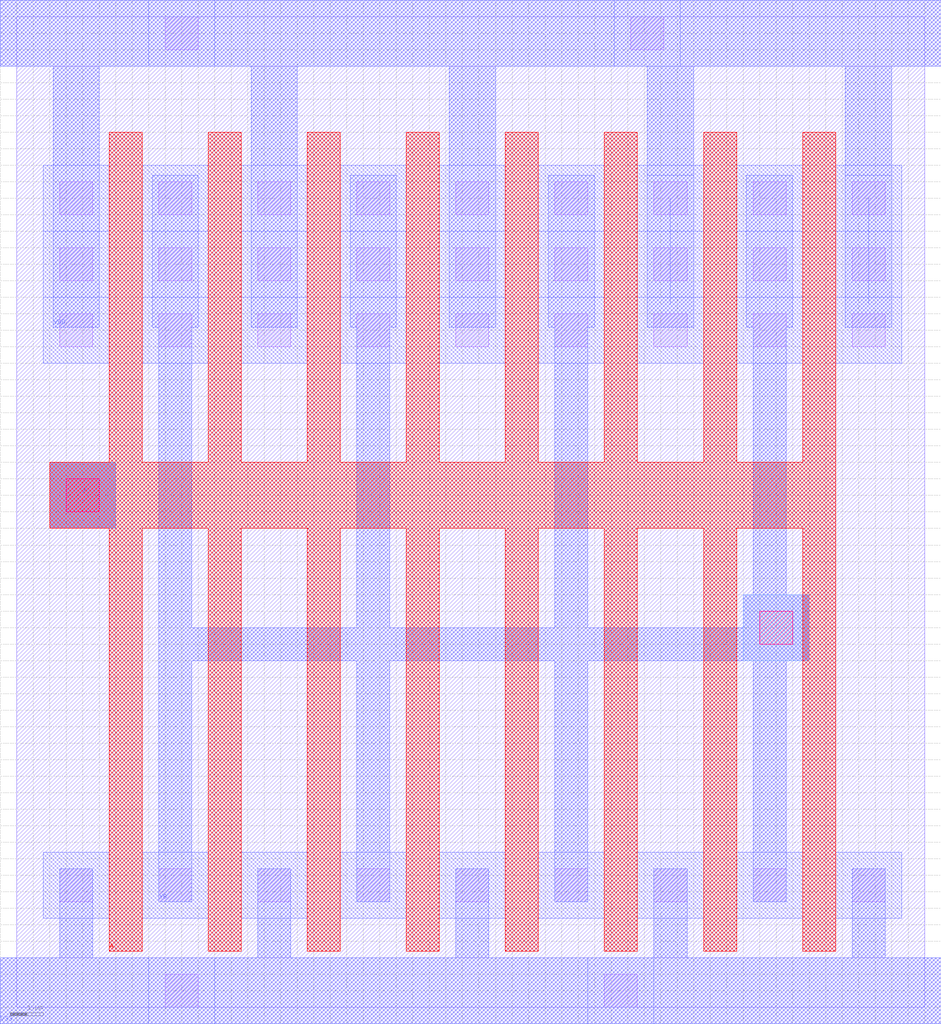
<source format=lef>
VERSION 5.3 ;

NAMESCASESENSITIVE ON ;

UNITS
  DATABASE MICRONS 1000 ;
END UNITS











MACRO inv8LEF
  CLASS BLOCK ;
  PIN A
    DIRECTION INPUT ;
    PORT
      LAYER POL ;
        POLYGON 1.000 16.500  1.000 14.500  2.800 14.500  2.800 1.700  3.800 
        1.700  3.800 14.500  5.800 14.500  5.800 1.700  6.800 1.700  6.800 
        14.500  8.800 14.500  8.800 1.700  9.800 1.700  9.800 14.500  11.800 
        14.500  11.800 1.700  12.800 1.700  12.800 14.500  14.800 14.500  
        14.800 1.700  15.800 1.700  15.800 14.500  17.800 14.500  17.800 1.700 
         18.800 1.700  18.800 14.500  20.800 14.500  20.800 1.700  21.800 
        1.700  21.800 14.500  23.800 14.500  23.800 1.700  24.800 1.700  
        24.800 26.500  23.800 26.500  23.800 16.500  21.800 16.500  21.800 
        26.500  20.800 26.500  20.800 16.500  18.800 16.500  18.800 26.500  
        17.800 26.500  17.800 16.500  15.800 16.500  15.800 26.500  14.800 
        26.500  14.800 16.500  12.800 16.500  12.800 26.500  11.800 26.500  
        11.800 16.500  9.800 16.500  9.800 26.500  8.800 26.500  8.800 16.500  
        6.800 16.500  6.800 26.500  5.800 26.500  5.800 16.500  3.800 16.500  
        3.800 26.500  2.800 26.500  2.800 16.500  1.000 16.500  ;
    END
    PORT
      LAYER ML1 ;
        POLYGON 1.000 14.500  1.000 16.500  3.000 16.500  3.000 14.500  1.000 
        14.500  ;
    END
  END A
  PIN VDD
    DIRECTION INOUT ;
    PORT
      LAYER ML1 ;
        POLYGON -0.500 30.500  -0.500 28.500  1.100 28.500  1.100 20.600  
        2.500 20.600  2.500 28.500  7.100 28.500  7.100 20.600  8.500 20.600  
        8.500 28.500  13.100 28.500  13.100 20.600  14.500 20.600  14.500 
        28.500  19.100 28.500  19.100 20.600  20.500 20.600  20.500 28.500  
        25.100 28.500  25.100 20.600  26.500 20.600  26.500 28.500  28.000 
        28.500  28.000 30.500  -0.500 30.500  ;
    END
  END VDD
  PIN VSS
    DIRECTION INOUT ;
    PORT
      LAYER ML1 ;
        POLYGON -0.500 1.500  -0.500 -0.500  28.000 -0.500  28.000 1.500  
        26.300 1.500  26.300 4.200  25.300 4.200  25.300 1.500  20.300 1.500  
        20.300 4.200  19.300 4.200  19.300 1.500  14.300 1.500  14.300 4.200  
        13.300 4.200  13.300 1.500  8.300 1.500  8.300 4.200  7.300 4.200  
        7.300 1.500  2.300 1.500  2.300 4.200  1.300 4.200  1.300 1.500  
        -0.500 1.500  ;
    END
  END VSS
  PIN YB
    DIRECTION OUTPUT ;
    PORT
      LAYER ML1 ;
        POLYGON 4.100 25.200  4.100 20.600  4.300 20.600  4.300 3.200  5.300 
        3.200  5.300 10.500  10.300 10.500  10.300 3.200  11.300 3.200  11.300 
        10.500  16.300 10.500  16.300 3.200  17.300 3.200  17.300 10.500  
        22.300 10.500  22.300 3.200  23.300 3.200  23.300 10.500  24.000 
        10.500  24.000 12.500  23.300 12.500  23.300 20.600  23.500 20.600  
        23.500 25.200  22.100 25.200  22.100 20.600  22.300 20.600  22.300 
        12.500  22.000 12.500  22.000 11.500  17.300 11.500  17.300 20.600  
        17.500 20.600  17.500 25.200  16.100 25.200  16.100 20.600  16.300 
        20.600  16.300 11.500  11.300 11.500  11.300 20.600  11.500 20.600  
        11.500 25.200  10.100 25.200  10.100 20.600  10.300 20.600  10.300 
        11.500  5.300 11.500  5.300 20.600  5.500 20.600  5.500 25.200  4.100 
        25.200  ;
    END
  END YB
  OBS
    LAYER CNT ;
      POLYGON 22.300 20.000  22.300 21.000  23.300 21.000  23.300 20.000  
      22.300 20.000  ;
      POLYGON 22.300 3.200  22.300 4.200  23.300 4.200  23.300 3.200  22.300 
      3.200  ;
      POLYGON 25.300 22.000  25.300 23.000  26.300 23.000  26.300 22.000  
      25.300 22.000  ;
      POLYGON 25.300 20.000  25.300 21.000  26.300 21.000  26.300 20.000  
      25.300 20.000  ;
      POLYGON 25.300 24.000  25.300 25.000  26.300 25.000  26.300 24.000  
      25.300 24.000  ;
      POLYGON 25.300 3.200  25.300 4.200  26.300 4.200  26.300 3.200  25.300 
      3.200  ;
      POLYGON 4.500 29.000  4.500 30.000  5.500 30.000  5.500 29.000  4.500 
      29.000  ;
      POLYGON 17.800 0.000  17.800 1.000  18.800 1.000  18.800 0.000  17.800 
      0.000  ;
      POLYGON 1.500 15.000  1.500 16.000  2.500 16.000  2.500 15.000  1.500 
      15.000  ;
      POLYGON 4.500 0.000  4.500 1.000  5.500 1.000  5.500 0.000  4.500 0.000  ;
      
      POLYGON 18.600 29.000  18.600 30.000  19.600 30.000  19.600 29.000  
      18.600 29.000  ;
      POLYGON 22.300 22.000  22.300 23.000  23.300 23.000  23.300 22.000  
      22.300 22.000  ;
      POLYGON 22.300 24.000  22.300 25.000  23.300 25.000  23.300 24.000  
      22.300 24.000  ;
      POLYGON 19.300 3.200  19.300 4.200  20.300 4.200  20.300 3.200  19.300 
      3.200  ;
      POLYGON 19.300 22.000  19.300 23.000  20.300 23.000  20.300 22.000  
      19.300 22.000  ;
      POLYGON 19.300 20.000  19.300 21.000  20.300 21.000  20.300 20.000  
      19.300 20.000  ;
      POLYGON 19.300 24.000  19.300 25.000  20.300 25.000  20.300 24.000  
      19.300 24.000  ;
      POLYGON 16.300 3.200  16.300 4.200  17.300 4.200  17.300 3.200  16.300 
      3.200  ;
      POLYGON 16.300 22.000  16.300 23.000  17.300 23.000  17.300 22.000  
      16.300 22.000  ;
      POLYGON 16.300 20.000  16.300 21.000  17.300 21.000  17.300 20.000  
      16.300 20.000  ;
      POLYGON 16.300 24.000  16.300 25.000  17.300 25.000  17.300 24.000  
      16.300 24.000  ;
      POLYGON 13.300 3.200  13.300 4.200  14.300 4.200  14.300 3.200  13.300 
      3.200  ;
      POLYGON 13.300 24.000  13.300 25.000  14.300 25.000  14.300 24.000  
      13.300 24.000  ;
      POLYGON 13.300 22.000  13.300 23.000  14.300 23.000  14.300 22.000  
      13.300 22.000  ;
      POLYGON 13.300 20.000  13.300 21.000  14.300 21.000  14.300 20.000  
      13.300 20.000  ;
      POLYGON 10.300 3.200  10.300 4.200  11.300 4.200  11.300 3.200  10.300 
      3.200  ;
      POLYGON 10.300 22.000  10.300 23.000  11.300 23.000  11.300 22.000  
      10.300 22.000  ;
      POLYGON 10.300 20.000  10.300 21.000  11.300 21.000  11.300 20.000  
      10.300 20.000  ;
      POLYGON 10.300 24.000  10.300 25.000  11.300 25.000  11.300 24.000  
      10.300 24.000  ;
      POLYGON 7.300 24.000  7.300 25.000  8.300 25.000  8.300 24.000  7.300 
      24.000  ;
      POLYGON 7.300 22.000  7.300 23.000  8.300 23.000  8.300 22.000  7.300 
      22.000  ;
      POLYGON 7.300 20.000  7.300 21.000  8.300 21.000  8.300 20.000  7.300 
      20.000  ;
      POLYGON 7.300 3.200  7.300 4.200  8.300 4.200  8.300 3.200  7.300 3.200  ;
      
      POLYGON 4.300 24.000  4.300 25.000  5.300 25.000  5.300 24.000  4.300 
      24.000  ;
      POLYGON 4.300 20.000  4.300 21.000  5.300 21.000  5.300 20.000  4.300 
      20.000  ;
      POLYGON 4.300 22.000  4.300 23.000  5.300 23.000  5.300 22.000  4.300 
      22.000  ;
      POLYGON 4.300 3.200  4.300 4.200  5.300 4.200  5.300 3.200  4.300 3.200  ;
      
      POLYGON 1.300 24.000  1.300 25.000  2.300 25.000  2.300 24.000  1.300 
      24.000  ;
      POLYGON 1.300 20.000  1.300 21.000  2.300 21.000  2.300 20.000  1.300 
      20.000  ;
      POLYGON 1.300 22.000  1.300 23.000  2.300 23.000  2.300 22.000  1.300 
      22.000  ;
      POLYGON 1.300 3.200  1.300 4.200  2.300 4.200  2.300 3.200  1.300 3.200  ;
      
    LAYER FRAME ;
      RECT -0.500 28.500  28.000 30.500  ;
      RECT -0.500 -0.500  28.000 1.500  ;
      POLYGON 0.000 0.000  27.500 0.000  27.500 30.000  0.000 30.000  0.000 
      0.000  ;
    LAYER ML1 ;
      WIDTH 1.400  ;
      PATH 19.800 21.300 19.800 24.500  ;
      WIDTH 1.400  ;
      PATH 25.800 21.300 25.800 24.500  ;
      POLYGON 1.000 14.500  1.000 16.500  3.000 16.500  3.000 14.500  1.000 
      14.500  ;
      RECT 18.100 28.500  20.100 30.500  ;
      RECT 4.000 -0.500  6.000 1.500  ;
      RECT 1.000 14.500  3.000 16.500  ;
      RECT 17.300 -0.500  19.300 1.500  ;
      RECT 4.000 28.500  6.000 30.500  ;
      RECT 24.800 2.700  26.800 4.700  ;
      RECT 24.800 23.500  26.800 25.500  ;
      RECT 24.800 19.500  26.800 21.500  ;
      RECT 24.800 21.500  26.800 23.500  ;
      RECT 21.800 2.700  23.800 4.700  ;
      RECT 21.800 19.500  23.800 21.500  ;
      RECT 21.800 21.500  23.800 23.500  ;
      RECT 21.800 23.500  23.800 25.500  ;
      RECT 18.800 2.700  20.800 4.700  ;
      RECT 18.800 21.500  20.800 23.500  ;
      RECT 18.800 19.500  20.800 21.500  ;
      RECT 18.800 23.500  20.800 25.500  ;
      RECT 15.800 2.700  17.800 4.700  ;
      RECT 15.800 21.500  17.800 23.500  ;
      RECT 15.800 19.500  17.800 21.500  ;
      RECT 15.800 23.500  17.800 25.500  ;
      RECT 12.800 2.700  14.800 4.700  ;
      RECT 12.800 23.500  14.800 25.500  ;
      RECT 12.800 21.500  14.800 23.500  ;
      RECT 12.800 19.500  14.800 21.500  ;
      RECT 9.800 2.700  11.800 4.700  ;
      RECT 9.800 21.500  11.800 23.500  ;
      RECT 9.800 19.500  11.800 21.500  ;
      RECT 9.800 23.500  11.800 25.500  ;
      RECT 6.800 23.500  8.800 25.500  ;
      RECT 6.800 21.500  8.800 23.500  ;
      RECT 6.800 19.500  8.800 21.500  ;
      RECT 6.800 2.700  8.800 4.700  ;
      RECT 3.800 23.500  5.800 25.500  ;
      RECT 3.800 19.500  5.800 21.500  ;
      RECT 3.800 21.500  5.800 23.500  ;
      RECT 3.800 2.700  5.800 4.700  ;
      RECT 0.800 23.500  2.800 25.500  ;
      RECT 0.800 19.500  2.800 21.500  ;
      RECT 0.800 21.500  2.800 23.500  ;
      RECT 0.800 2.700  2.800 4.700  ;
      POLYGON -0.500 30.500  -0.500 28.500  1.100 28.500  1.100 20.600  2.500 
      20.600  2.500 28.500  7.100 28.500  7.100 20.600  8.500 20.600  8.500 
      28.500  13.100 28.500  13.100 20.600  14.500 20.600  14.500 28.500  
      19.100 28.500  19.100 20.600  20.500 20.600  20.500 28.500  25.100 
      28.500  25.100 20.600  26.500 20.600  26.500 28.500  28.000 28.500  
      28.000 30.500  -0.500 30.500  ;
      POLYGON -0.500 1.500  -0.500 -0.500  28.000 -0.500  28.000 1.500  26.300 
      1.500  26.300 4.200  25.300 4.200  25.300 1.500  20.300 1.500  20.300 
      4.200  19.300 4.200  19.300 1.500  14.300 1.500  14.300 4.200  13.300 
      4.200  13.300 1.500  8.300 1.500  8.300 4.200  7.300 4.200  7.300 1.500  
      2.300 1.500  2.300 4.200  1.300 4.200  1.300 1.500  -0.500 1.500  ;
      POLYGON 4.100 25.200  4.100 20.600  4.300 20.600  4.300 3.200  5.300 
      3.200  5.300 10.500  10.300 10.500  10.300 3.200  11.300 3.200  11.300 
      10.500  16.300 10.500  16.300 3.200  17.300 3.200  17.300 10.500  22.300 
      10.500  22.300 3.200  23.300 3.200  23.300 10.500  24.000 10.500  24.000 
      12.500  23.300 12.500  23.300 20.600  23.500 20.600  23.500 25.200  
      22.100 25.200  22.100 20.600  22.300 20.600  22.300 12.500  22.000 
      12.500  22.000 11.500  17.300 11.500  17.300 20.600  17.500 20.600  
      17.500 25.200  16.100 25.200  16.100 20.600  16.300 20.600  16.300 
      11.500  11.300 11.500  11.300 20.600  11.500 20.600  11.500 25.200  
      10.100 25.200  10.100 20.600  10.300 20.600  10.300 11.500  5.300 11.500 
       5.300 20.600  5.500 20.600  5.500 25.200  4.100 25.200  ;
    LAYER ML2 ;
      POLYGON 22.000 12.500  22.000 10.500  24.000 10.500  24.000 12.500  
      22.000 12.500  ;
      POLYGON 1.000 14.500  1.000 16.500  3.000 16.500  3.000 14.500  1.000 
      14.500  ;
    LAYER POL ;
      POLYGON 1.000 16.500  1.000 14.500  2.800 14.500  2.800 1.700  3.800 
      1.700  3.800 14.500  5.800 14.500  5.800 1.700  6.800 1.700  6.800 
      14.500  8.800 14.500  8.800 1.700  9.800 1.700  9.800 14.500  11.800 
      14.500  11.800 1.700  12.800 1.700  12.800 14.500  14.800 14.500  14.800 
      1.700  15.800 1.700  15.800 14.500  17.800 14.500  17.800 1.700  18.800 
      1.700  18.800 14.500  20.800 14.500  20.800 1.700  21.800 1.700  21.800 
      14.500  23.800 14.500  23.800 1.700  24.800 1.700  24.800 26.500  23.800 
      26.500  23.800 16.500  21.800 16.500  21.800 26.500  20.800 26.500  
      20.800 16.500  18.800 16.500  18.800 26.500  17.800 26.500  17.800 
      16.500  15.800 16.500  15.800 26.500  14.800 26.500  14.800 16.500  
      12.800 16.500  12.800 26.500  11.800 26.500  11.800 16.500  9.800 16.500 
       9.800 26.500  8.800 26.500  8.800 16.500  6.800 16.500  6.800 26.500  
      5.800 26.500  5.800 16.500  3.800 16.500  3.800 26.500  2.800 26.500  
      2.800 16.500  1.000 16.500  ;
    LAYER VIA1 ;
      POLYGON 22.500 11.000  22.500 12.000  23.500 12.000  23.500 11.000  
      22.500 11.000  ;
      POLYGON 1.500 15.000  1.500 16.000  2.500 16.000  2.500 15.000  1.500 
      15.000  ;
  END
END inv8LEF


END LIBRARY

</source>
